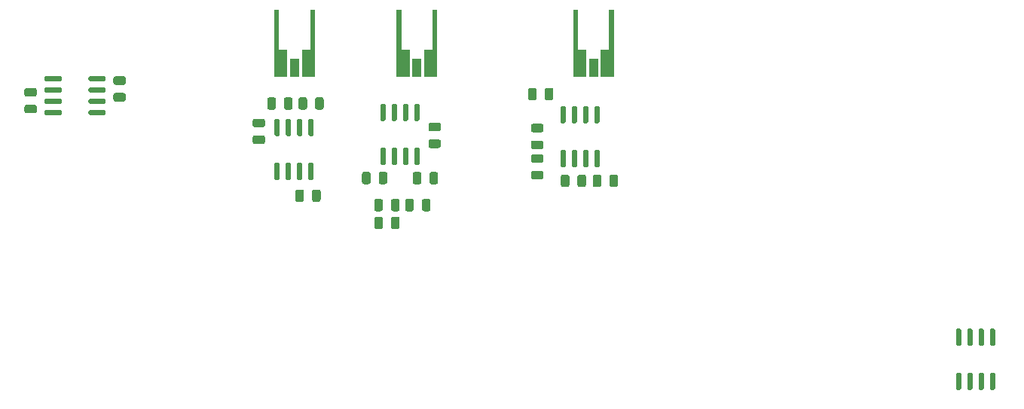
<source format=gbr>
G04 #@! TF.GenerationSoftware,KiCad,Pcbnew,(5.1.6-0-10_14)*
G04 #@! TF.CreationDate,2020-10-13T14:09:36+09:00*
G04 #@! TF.ProjectId,teabiscuits_compute,74656162-6973-4637-9569-74735f636f6d,rev?*
G04 #@! TF.SameCoordinates,Original*
G04 #@! TF.FileFunction,Paste,Top*
G04 #@! TF.FilePolarity,Positive*
%FSLAX46Y46*%
G04 Gerber Fmt 4.6, Leading zero omitted, Abs format (unit mm)*
G04 Created by KiCad (PCBNEW (5.1.6-0-10_14)) date 2020-10-13 14:09:36*
%MOMM*%
%LPD*%
G01*
G04 APERTURE LIST*
%ADD10R,1.100000X2.100000*%
%ADD11C,0.100000*%
G04 APERTURE END LIST*
G36*
G01*
X105281250Y-106175000D02*
X104368750Y-106175000D01*
G75*
G02*
X104125000Y-105931250I0J243750D01*
G01*
X104125000Y-105443750D01*
G75*
G02*
X104368750Y-105200000I243750J0D01*
G01*
X105281250Y-105200000D01*
G75*
G02*
X105525000Y-105443750I0J-243750D01*
G01*
X105525000Y-105931250D01*
G75*
G02*
X105281250Y-106175000I-243750J0D01*
G01*
G37*
G36*
G01*
X105281250Y-108050000D02*
X104368750Y-108050000D01*
G75*
G02*
X104125000Y-107806250I0J243750D01*
G01*
X104125000Y-107318750D01*
G75*
G02*
X104368750Y-107075000I243750J0D01*
G01*
X105281250Y-107075000D01*
G75*
G02*
X105525000Y-107318750I0J-243750D01*
G01*
X105525000Y-107806250D01*
G75*
G02*
X105281250Y-108050000I-243750J0D01*
G01*
G37*
G36*
G01*
X98325000Y-109130000D02*
X98325000Y-109430000D01*
G75*
G02*
X98175000Y-109580000I-150000J0D01*
G01*
X96525000Y-109580000D01*
G75*
G02*
X96375000Y-109430000I0J150000D01*
G01*
X96375000Y-109130000D01*
G75*
G02*
X96525000Y-108980000I150000J0D01*
G01*
X98175000Y-108980000D01*
G75*
G02*
X98325000Y-109130000I0J-150000D01*
G01*
G37*
G36*
G01*
X98325000Y-107860000D02*
X98325000Y-108160000D01*
G75*
G02*
X98175000Y-108310000I-150000J0D01*
G01*
X96525000Y-108310000D01*
G75*
G02*
X96375000Y-108160000I0J150000D01*
G01*
X96375000Y-107860000D01*
G75*
G02*
X96525000Y-107710000I150000J0D01*
G01*
X98175000Y-107710000D01*
G75*
G02*
X98325000Y-107860000I0J-150000D01*
G01*
G37*
G36*
G01*
X98325000Y-106590000D02*
X98325000Y-106890000D01*
G75*
G02*
X98175000Y-107040000I-150000J0D01*
G01*
X96525000Y-107040000D01*
G75*
G02*
X96375000Y-106890000I0J150000D01*
G01*
X96375000Y-106590000D01*
G75*
G02*
X96525000Y-106440000I150000J0D01*
G01*
X98175000Y-106440000D01*
G75*
G02*
X98325000Y-106590000I0J-150000D01*
G01*
G37*
G36*
G01*
X98325000Y-105320000D02*
X98325000Y-105620000D01*
G75*
G02*
X98175000Y-105770000I-150000J0D01*
G01*
X96525000Y-105770000D01*
G75*
G02*
X96375000Y-105620000I0J150000D01*
G01*
X96375000Y-105320000D01*
G75*
G02*
X96525000Y-105170000I150000J0D01*
G01*
X98175000Y-105170000D01*
G75*
G02*
X98325000Y-105320000I0J-150000D01*
G01*
G37*
G36*
G01*
X103275000Y-105320000D02*
X103275000Y-105620000D01*
G75*
G02*
X103125000Y-105770000I-150000J0D01*
G01*
X101475000Y-105770000D01*
G75*
G02*
X101325000Y-105620000I0J150000D01*
G01*
X101325000Y-105320000D01*
G75*
G02*
X101475000Y-105170000I150000J0D01*
G01*
X103125000Y-105170000D01*
G75*
G02*
X103275000Y-105320000I0J-150000D01*
G01*
G37*
G36*
G01*
X103275000Y-106590000D02*
X103275000Y-106890000D01*
G75*
G02*
X103125000Y-107040000I-150000J0D01*
G01*
X101475000Y-107040000D01*
G75*
G02*
X101325000Y-106890000I0J150000D01*
G01*
X101325000Y-106590000D01*
G75*
G02*
X101475000Y-106440000I150000J0D01*
G01*
X103125000Y-106440000D01*
G75*
G02*
X103275000Y-106590000I0J-150000D01*
G01*
G37*
G36*
G01*
X103275000Y-107860000D02*
X103275000Y-108160000D01*
G75*
G02*
X103125000Y-108310000I-150000J0D01*
G01*
X101475000Y-108310000D01*
G75*
G02*
X101325000Y-108160000I0J150000D01*
G01*
X101325000Y-107860000D01*
G75*
G02*
X101475000Y-107710000I150000J0D01*
G01*
X103125000Y-107710000D01*
G75*
G02*
X103275000Y-107860000I0J-150000D01*
G01*
G37*
G36*
G01*
X103275000Y-109130000D02*
X103275000Y-109430000D01*
G75*
G02*
X103125000Y-109580000I-150000J0D01*
G01*
X101475000Y-109580000D01*
G75*
G02*
X101325000Y-109430000I0J150000D01*
G01*
X101325000Y-109130000D01*
G75*
G02*
X101475000Y-108980000I150000J0D01*
G01*
X103125000Y-108980000D01*
G75*
G02*
X103275000Y-109130000I0J-150000D01*
G01*
G37*
G36*
G01*
X94368750Y-108387500D02*
X95281250Y-108387500D01*
G75*
G02*
X95525000Y-108631250I0J-243750D01*
G01*
X95525000Y-109118750D01*
G75*
G02*
X95281250Y-109362500I-243750J0D01*
G01*
X94368750Y-109362500D01*
G75*
G02*
X94125000Y-109118750I0J243750D01*
G01*
X94125000Y-108631250D01*
G75*
G02*
X94368750Y-108387500I243750J0D01*
G01*
G37*
G36*
G01*
X94368750Y-106512500D02*
X95281250Y-106512500D01*
G75*
G02*
X95525000Y-106756250I0J-243750D01*
G01*
X95525000Y-107243750D01*
G75*
G02*
X95281250Y-107487500I-243750J0D01*
G01*
X94368750Y-107487500D01*
G75*
G02*
X94125000Y-107243750I0J243750D01*
G01*
X94125000Y-106756250D01*
G75*
G02*
X94368750Y-106512500I243750J0D01*
G01*
G37*
G36*
G01*
X157237500Y-116493750D02*
X157237500Y-117406250D01*
G75*
G02*
X156993750Y-117650000I-243750J0D01*
G01*
X156506250Y-117650000D01*
G75*
G02*
X156262500Y-117406250I0J243750D01*
G01*
X156262500Y-116493750D01*
G75*
G02*
X156506250Y-116250000I243750J0D01*
G01*
X156993750Y-116250000D01*
G75*
G02*
X157237500Y-116493750I0J-243750D01*
G01*
G37*
G36*
G01*
X155362500Y-116493750D02*
X155362500Y-117406250D01*
G75*
G02*
X155118750Y-117650000I-243750J0D01*
G01*
X154631250Y-117650000D01*
G75*
G02*
X154387500Y-117406250I0J243750D01*
G01*
X154387500Y-116493750D01*
G75*
G02*
X154631250Y-116250000I243750J0D01*
G01*
X155118750Y-116250000D01*
G75*
G02*
X155362500Y-116493750I0J-243750D01*
G01*
G37*
G36*
G01*
X157987500Y-117406250D02*
X157987500Y-116493750D01*
G75*
G02*
X158231250Y-116250000I243750J0D01*
G01*
X158718750Y-116250000D01*
G75*
G02*
X158962500Y-116493750I0J-243750D01*
G01*
X158962500Y-117406250D01*
G75*
G02*
X158718750Y-117650000I-243750J0D01*
G01*
X158231250Y-117650000D01*
G75*
G02*
X157987500Y-117406250I0J243750D01*
G01*
G37*
G36*
G01*
X159862500Y-117406250D02*
X159862500Y-116493750D01*
G75*
G02*
X160106250Y-116250000I243750J0D01*
G01*
X160593750Y-116250000D01*
G75*
G02*
X160837500Y-116493750I0J-243750D01*
G01*
X160837500Y-117406250D01*
G75*
G02*
X160593750Y-117650000I-243750J0D01*
G01*
X160106250Y-117650000D01*
G75*
G02*
X159862500Y-117406250I0J243750D01*
G01*
G37*
G36*
G01*
X151687500Y-106743750D02*
X151687500Y-107656250D01*
G75*
G02*
X151443750Y-107900000I-243750J0D01*
G01*
X150956250Y-107900000D01*
G75*
G02*
X150712500Y-107656250I0J243750D01*
G01*
X150712500Y-106743750D01*
G75*
G02*
X150956250Y-106500000I243750J0D01*
G01*
X151443750Y-106500000D01*
G75*
G02*
X151687500Y-106743750I0J-243750D01*
G01*
G37*
G36*
G01*
X153562500Y-106743750D02*
X153562500Y-107656250D01*
G75*
G02*
X153318750Y-107900000I-243750J0D01*
G01*
X152831250Y-107900000D01*
G75*
G02*
X152587500Y-107656250I0J243750D01*
G01*
X152587500Y-106743750D01*
G75*
G02*
X152831250Y-106500000I243750J0D01*
G01*
X153318750Y-106500000D01*
G75*
G02*
X153562500Y-106743750I0J-243750D01*
G01*
G37*
G36*
G01*
X120018750Y-109962500D02*
X120931250Y-109962500D01*
G75*
G02*
X121175000Y-110206250I0J-243750D01*
G01*
X121175000Y-110693750D01*
G75*
G02*
X120931250Y-110937500I-243750J0D01*
G01*
X120018750Y-110937500D01*
G75*
G02*
X119775000Y-110693750I0J243750D01*
G01*
X119775000Y-110206250D01*
G75*
G02*
X120018750Y-109962500I243750J0D01*
G01*
G37*
G36*
G01*
X120018750Y-111837500D02*
X120931250Y-111837500D01*
G75*
G02*
X121175000Y-112081250I0J-243750D01*
G01*
X121175000Y-112568750D01*
G75*
G02*
X120931250Y-112812500I-243750J0D01*
G01*
X120018750Y-112812500D01*
G75*
G02*
X119775000Y-112568750I0J243750D01*
G01*
X119775000Y-112081250D01*
G75*
G02*
X120018750Y-111837500I243750J0D01*
G01*
G37*
G36*
G01*
X126437500Y-119081250D02*
X126437500Y-118168750D01*
G75*
G02*
X126681250Y-117925000I243750J0D01*
G01*
X127168750Y-117925000D01*
G75*
G02*
X127412500Y-118168750I0J-243750D01*
G01*
X127412500Y-119081250D01*
G75*
G02*
X127168750Y-119325000I-243750J0D01*
G01*
X126681250Y-119325000D01*
G75*
G02*
X126437500Y-119081250I0J243750D01*
G01*
G37*
G36*
G01*
X124562500Y-119081250D02*
X124562500Y-118168750D01*
G75*
G02*
X124806250Y-117925000I243750J0D01*
G01*
X125293750Y-117925000D01*
G75*
G02*
X125537500Y-118168750I0J-243750D01*
G01*
X125537500Y-119081250D01*
G75*
G02*
X125293750Y-119325000I-243750J0D01*
G01*
X124806250Y-119325000D01*
G75*
G02*
X124562500Y-119081250I0J243750D01*
G01*
G37*
G36*
G01*
X134412500Y-121218750D02*
X134412500Y-122131250D01*
G75*
G02*
X134168750Y-122375000I-243750J0D01*
G01*
X133681250Y-122375000D01*
G75*
G02*
X133437500Y-122131250I0J243750D01*
G01*
X133437500Y-121218750D01*
G75*
G02*
X133681250Y-120975000I243750J0D01*
G01*
X134168750Y-120975000D01*
G75*
G02*
X134412500Y-121218750I0J-243750D01*
G01*
G37*
G36*
G01*
X136287500Y-121218750D02*
X136287500Y-122131250D01*
G75*
G02*
X136043750Y-122375000I-243750J0D01*
G01*
X135556250Y-122375000D01*
G75*
G02*
X135312500Y-122131250I0J243750D01*
G01*
X135312500Y-121218750D01*
G75*
G02*
X135556250Y-120975000I243750J0D01*
G01*
X136043750Y-120975000D01*
G75*
G02*
X136287500Y-121218750I0J-243750D01*
G01*
G37*
G36*
G01*
X139637500Y-117106250D02*
X139637500Y-116193750D01*
G75*
G02*
X139881250Y-115950000I243750J0D01*
G01*
X140368750Y-115950000D01*
G75*
G02*
X140612500Y-116193750I0J-243750D01*
G01*
X140612500Y-117106250D01*
G75*
G02*
X140368750Y-117350000I-243750J0D01*
G01*
X139881250Y-117350000D01*
G75*
G02*
X139637500Y-117106250I0J243750D01*
G01*
G37*
G36*
G01*
X137762500Y-117106250D02*
X137762500Y-116193750D01*
G75*
G02*
X138006250Y-115950000I243750J0D01*
G01*
X138493750Y-115950000D01*
G75*
G02*
X138737500Y-116193750I0J-243750D01*
G01*
X138737500Y-117106250D01*
G75*
G02*
X138493750Y-117350000I-243750J0D01*
G01*
X138006250Y-117350000D01*
G75*
G02*
X137762500Y-117106250I0J243750D01*
G01*
G37*
G36*
G01*
X134912500Y-116168750D02*
X134912500Y-117081250D01*
G75*
G02*
X134668750Y-117325000I-243750J0D01*
G01*
X134181250Y-117325000D01*
G75*
G02*
X133937500Y-117081250I0J243750D01*
G01*
X133937500Y-116168750D01*
G75*
G02*
X134181250Y-115925000I243750J0D01*
G01*
X134668750Y-115925000D01*
G75*
G02*
X134912500Y-116168750I0J-243750D01*
G01*
G37*
G36*
G01*
X133037500Y-116168750D02*
X133037500Y-117081250D01*
G75*
G02*
X132793750Y-117325000I-243750J0D01*
G01*
X132306250Y-117325000D01*
G75*
G02*
X132062500Y-117081250I0J243750D01*
G01*
X132062500Y-116168750D01*
G75*
G02*
X132306250Y-115925000I243750J0D01*
G01*
X132793750Y-115925000D01*
G75*
G02*
X133037500Y-116168750I0J-243750D01*
G01*
G37*
G36*
G01*
X139768750Y-110412500D02*
X140681250Y-110412500D01*
G75*
G02*
X140925000Y-110656250I0J-243750D01*
G01*
X140925000Y-111143750D01*
G75*
G02*
X140681250Y-111387500I-243750J0D01*
G01*
X139768750Y-111387500D01*
G75*
G02*
X139525000Y-111143750I0J243750D01*
G01*
X139525000Y-110656250D01*
G75*
G02*
X139768750Y-110412500I243750J0D01*
G01*
G37*
G36*
G01*
X139768750Y-112287500D02*
X140681250Y-112287500D01*
G75*
G02*
X140925000Y-112531250I0J-243750D01*
G01*
X140925000Y-113018750D01*
G75*
G02*
X140681250Y-113262500I-243750J0D01*
G01*
X139768750Y-113262500D01*
G75*
G02*
X139525000Y-113018750I0J243750D01*
G01*
X139525000Y-112531250D01*
G75*
G02*
X139768750Y-112287500I243750J0D01*
G01*
G37*
D10*
X158075000Y-104200000D03*
D11*
G36*
X158895000Y-105250000D02*
G01*
X158895000Y-102250000D01*
X159825000Y-102250000D01*
X159825000Y-97750000D01*
X160375000Y-97750000D01*
X160375000Y-105250000D01*
X158895000Y-105250000D01*
G37*
G36*
X155775000Y-105250000D02*
G01*
X155775000Y-97750000D01*
X156325000Y-97750000D01*
X156325000Y-102250000D01*
X157255000Y-102250000D01*
X157255000Y-105250000D01*
X155775000Y-105250000D01*
G37*
G36*
X122200000Y-105250000D02*
G01*
X122200000Y-97750000D01*
X122750000Y-97750000D01*
X122750000Y-102250000D01*
X123680000Y-102250000D01*
X123680000Y-105250000D01*
X122200000Y-105250000D01*
G37*
G36*
X125320000Y-105250000D02*
G01*
X125320000Y-102250000D01*
X126250000Y-102250000D01*
X126250000Y-97750000D01*
X126800000Y-97750000D01*
X126800000Y-105250000D01*
X125320000Y-105250000D01*
G37*
D10*
X124500000Y-104200000D03*
G36*
G01*
X152206250Y-116812500D02*
X151293750Y-116812500D01*
G75*
G02*
X151050000Y-116568750I0J243750D01*
G01*
X151050000Y-116081250D01*
G75*
G02*
X151293750Y-115837500I243750J0D01*
G01*
X152206250Y-115837500D01*
G75*
G02*
X152450000Y-116081250I0J-243750D01*
G01*
X152450000Y-116568750D01*
G75*
G02*
X152206250Y-116812500I-243750J0D01*
G01*
G37*
G36*
G01*
X152206250Y-114937500D02*
X151293750Y-114937500D01*
G75*
G02*
X151050000Y-114693750I0J243750D01*
G01*
X151050000Y-114206250D01*
G75*
G02*
X151293750Y-113962500I243750J0D01*
G01*
X152206250Y-113962500D01*
G75*
G02*
X152450000Y-114206250I0J-243750D01*
G01*
X152450000Y-114693750D01*
G75*
G02*
X152206250Y-114937500I-243750J0D01*
G01*
G37*
G36*
G01*
X152206250Y-111512500D02*
X151293750Y-111512500D01*
G75*
G02*
X151050000Y-111268750I0J243750D01*
G01*
X151050000Y-110781250D01*
G75*
G02*
X151293750Y-110537500I243750J0D01*
G01*
X152206250Y-110537500D01*
G75*
G02*
X152450000Y-110781250I0J-243750D01*
G01*
X152450000Y-111268750D01*
G75*
G02*
X152206250Y-111512500I-243750J0D01*
G01*
G37*
G36*
G01*
X152206250Y-113387500D02*
X151293750Y-113387500D01*
G75*
G02*
X151050000Y-113143750I0J243750D01*
G01*
X151050000Y-112656250D01*
G75*
G02*
X151293750Y-112412500I243750J0D01*
G01*
X152206250Y-112412500D01*
G75*
G02*
X152450000Y-112656250I0J-243750D01*
G01*
X152450000Y-113143750D01*
G75*
G02*
X152206250Y-113387500I-243750J0D01*
G01*
G37*
G36*
G01*
X123287500Y-108706250D02*
X123287500Y-107793750D01*
G75*
G02*
X123531250Y-107550000I243750J0D01*
G01*
X124018750Y-107550000D01*
G75*
G02*
X124262500Y-107793750I0J-243750D01*
G01*
X124262500Y-108706250D01*
G75*
G02*
X124018750Y-108950000I-243750J0D01*
G01*
X123531250Y-108950000D01*
G75*
G02*
X123287500Y-108706250I0J243750D01*
G01*
G37*
G36*
G01*
X121412500Y-108706250D02*
X121412500Y-107793750D01*
G75*
G02*
X121656250Y-107550000I243750J0D01*
G01*
X122143750Y-107550000D01*
G75*
G02*
X122387500Y-107793750I0J-243750D01*
G01*
X122387500Y-108706250D01*
G75*
G02*
X122143750Y-108950000I-243750J0D01*
G01*
X121656250Y-108950000D01*
G75*
G02*
X121412500Y-108706250I0J243750D01*
G01*
G37*
G36*
G01*
X134412500Y-119218750D02*
X134412500Y-120131250D01*
G75*
G02*
X134168750Y-120375000I-243750J0D01*
G01*
X133681250Y-120375000D01*
G75*
G02*
X133437500Y-120131250I0J243750D01*
G01*
X133437500Y-119218750D01*
G75*
G02*
X133681250Y-118975000I243750J0D01*
G01*
X134168750Y-118975000D01*
G75*
G02*
X134412500Y-119218750I0J-243750D01*
G01*
G37*
G36*
G01*
X136287500Y-119218750D02*
X136287500Y-120131250D01*
G75*
G02*
X136043750Y-120375000I-243750J0D01*
G01*
X135556250Y-120375000D01*
G75*
G02*
X135312500Y-120131250I0J243750D01*
G01*
X135312500Y-119218750D01*
G75*
G02*
X135556250Y-118975000I243750J0D01*
G01*
X136043750Y-118975000D01*
G75*
G02*
X136287500Y-119218750I0J-243750D01*
G01*
G37*
G36*
G01*
X136912500Y-120131250D02*
X136912500Y-119218750D01*
G75*
G02*
X137156250Y-118975000I243750J0D01*
G01*
X137643750Y-118975000D01*
G75*
G02*
X137887500Y-119218750I0J-243750D01*
G01*
X137887500Y-120131250D01*
G75*
G02*
X137643750Y-120375000I-243750J0D01*
G01*
X137156250Y-120375000D01*
G75*
G02*
X136912500Y-120131250I0J243750D01*
G01*
G37*
G36*
G01*
X138787500Y-120131250D02*
X138787500Y-119218750D01*
G75*
G02*
X139031250Y-118975000I243750J0D01*
G01*
X139518750Y-118975000D01*
G75*
G02*
X139762500Y-119218750I0J-243750D01*
G01*
X139762500Y-120131250D01*
G75*
G02*
X139518750Y-120375000I-243750J0D01*
G01*
X139031250Y-120375000D01*
G75*
G02*
X138787500Y-120131250I0J243750D01*
G01*
G37*
G36*
G01*
X124912500Y-108706250D02*
X124912500Y-107793750D01*
G75*
G02*
X125156250Y-107550000I243750J0D01*
G01*
X125643750Y-107550000D01*
G75*
G02*
X125887500Y-107793750I0J-243750D01*
G01*
X125887500Y-108706250D01*
G75*
G02*
X125643750Y-108950000I-243750J0D01*
G01*
X125156250Y-108950000D01*
G75*
G02*
X124912500Y-108706250I0J243750D01*
G01*
G37*
G36*
G01*
X126787500Y-108706250D02*
X126787500Y-107793750D01*
G75*
G02*
X127031250Y-107550000I243750J0D01*
G01*
X127518750Y-107550000D01*
G75*
G02*
X127762500Y-107793750I0J-243750D01*
G01*
X127762500Y-108706250D01*
G75*
G02*
X127518750Y-108950000I-243750J0D01*
G01*
X127031250Y-108950000D01*
G75*
G02*
X126787500Y-108706250I0J243750D01*
G01*
G37*
G36*
G01*
X154810000Y-110475000D02*
X154510000Y-110475000D01*
G75*
G02*
X154360000Y-110325000I0J150000D01*
G01*
X154360000Y-108675000D01*
G75*
G02*
X154510000Y-108525000I150000J0D01*
G01*
X154810000Y-108525000D01*
G75*
G02*
X154960000Y-108675000I0J-150000D01*
G01*
X154960000Y-110325000D01*
G75*
G02*
X154810000Y-110475000I-150000J0D01*
G01*
G37*
G36*
G01*
X156080000Y-110475000D02*
X155780000Y-110475000D01*
G75*
G02*
X155630000Y-110325000I0J150000D01*
G01*
X155630000Y-108675000D01*
G75*
G02*
X155780000Y-108525000I150000J0D01*
G01*
X156080000Y-108525000D01*
G75*
G02*
X156230000Y-108675000I0J-150000D01*
G01*
X156230000Y-110325000D01*
G75*
G02*
X156080000Y-110475000I-150000J0D01*
G01*
G37*
G36*
G01*
X157350000Y-110475000D02*
X157050000Y-110475000D01*
G75*
G02*
X156900000Y-110325000I0J150000D01*
G01*
X156900000Y-108675000D01*
G75*
G02*
X157050000Y-108525000I150000J0D01*
G01*
X157350000Y-108525000D01*
G75*
G02*
X157500000Y-108675000I0J-150000D01*
G01*
X157500000Y-110325000D01*
G75*
G02*
X157350000Y-110475000I-150000J0D01*
G01*
G37*
G36*
G01*
X158620000Y-110475000D02*
X158320000Y-110475000D01*
G75*
G02*
X158170000Y-110325000I0J150000D01*
G01*
X158170000Y-108675000D01*
G75*
G02*
X158320000Y-108525000I150000J0D01*
G01*
X158620000Y-108525000D01*
G75*
G02*
X158770000Y-108675000I0J-150000D01*
G01*
X158770000Y-110325000D01*
G75*
G02*
X158620000Y-110475000I-150000J0D01*
G01*
G37*
G36*
G01*
X158620000Y-115425000D02*
X158320000Y-115425000D01*
G75*
G02*
X158170000Y-115275000I0J150000D01*
G01*
X158170000Y-113625000D01*
G75*
G02*
X158320000Y-113475000I150000J0D01*
G01*
X158620000Y-113475000D01*
G75*
G02*
X158770000Y-113625000I0J-150000D01*
G01*
X158770000Y-115275000D01*
G75*
G02*
X158620000Y-115425000I-150000J0D01*
G01*
G37*
G36*
G01*
X157350000Y-115425000D02*
X157050000Y-115425000D01*
G75*
G02*
X156900000Y-115275000I0J150000D01*
G01*
X156900000Y-113625000D01*
G75*
G02*
X157050000Y-113475000I150000J0D01*
G01*
X157350000Y-113475000D01*
G75*
G02*
X157500000Y-113625000I0J-150000D01*
G01*
X157500000Y-115275000D01*
G75*
G02*
X157350000Y-115425000I-150000J0D01*
G01*
G37*
G36*
G01*
X156080000Y-115425000D02*
X155780000Y-115425000D01*
G75*
G02*
X155630000Y-115275000I0J150000D01*
G01*
X155630000Y-113625000D01*
G75*
G02*
X155780000Y-113475000I150000J0D01*
G01*
X156080000Y-113475000D01*
G75*
G02*
X156230000Y-113625000I0J-150000D01*
G01*
X156230000Y-115275000D01*
G75*
G02*
X156080000Y-115425000I-150000J0D01*
G01*
G37*
G36*
G01*
X154810000Y-115425000D02*
X154510000Y-115425000D01*
G75*
G02*
X154360000Y-115275000I0J150000D01*
G01*
X154360000Y-113625000D01*
G75*
G02*
X154510000Y-113475000I150000J0D01*
G01*
X154810000Y-113475000D01*
G75*
G02*
X154960000Y-113625000I0J-150000D01*
G01*
X154960000Y-115275000D01*
G75*
G02*
X154810000Y-115425000I-150000J0D01*
G01*
G37*
G36*
G01*
X126165000Y-109975000D02*
X126465000Y-109975000D01*
G75*
G02*
X126615000Y-110125000I0J-150000D01*
G01*
X126615000Y-111775000D01*
G75*
G02*
X126465000Y-111925000I-150000J0D01*
G01*
X126165000Y-111925000D01*
G75*
G02*
X126015000Y-111775000I0J150000D01*
G01*
X126015000Y-110125000D01*
G75*
G02*
X126165000Y-109975000I150000J0D01*
G01*
G37*
G36*
G01*
X124895000Y-109975000D02*
X125195000Y-109975000D01*
G75*
G02*
X125345000Y-110125000I0J-150000D01*
G01*
X125345000Y-111775000D01*
G75*
G02*
X125195000Y-111925000I-150000J0D01*
G01*
X124895000Y-111925000D01*
G75*
G02*
X124745000Y-111775000I0J150000D01*
G01*
X124745000Y-110125000D01*
G75*
G02*
X124895000Y-109975000I150000J0D01*
G01*
G37*
G36*
G01*
X123625000Y-109975000D02*
X123925000Y-109975000D01*
G75*
G02*
X124075000Y-110125000I0J-150000D01*
G01*
X124075000Y-111775000D01*
G75*
G02*
X123925000Y-111925000I-150000J0D01*
G01*
X123625000Y-111925000D01*
G75*
G02*
X123475000Y-111775000I0J150000D01*
G01*
X123475000Y-110125000D01*
G75*
G02*
X123625000Y-109975000I150000J0D01*
G01*
G37*
G36*
G01*
X122355000Y-109975000D02*
X122655000Y-109975000D01*
G75*
G02*
X122805000Y-110125000I0J-150000D01*
G01*
X122805000Y-111775000D01*
G75*
G02*
X122655000Y-111925000I-150000J0D01*
G01*
X122355000Y-111925000D01*
G75*
G02*
X122205000Y-111775000I0J150000D01*
G01*
X122205000Y-110125000D01*
G75*
G02*
X122355000Y-109975000I150000J0D01*
G01*
G37*
G36*
G01*
X122355000Y-114925000D02*
X122655000Y-114925000D01*
G75*
G02*
X122805000Y-115075000I0J-150000D01*
G01*
X122805000Y-116725000D01*
G75*
G02*
X122655000Y-116875000I-150000J0D01*
G01*
X122355000Y-116875000D01*
G75*
G02*
X122205000Y-116725000I0J150000D01*
G01*
X122205000Y-115075000D01*
G75*
G02*
X122355000Y-114925000I150000J0D01*
G01*
G37*
G36*
G01*
X123625000Y-114925000D02*
X123925000Y-114925000D01*
G75*
G02*
X124075000Y-115075000I0J-150000D01*
G01*
X124075000Y-116725000D01*
G75*
G02*
X123925000Y-116875000I-150000J0D01*
G01*
X123625000Y-116875000D01*
G75*
G02*
X123475000Y-116725000I0J150000D01*
G01*
X123475000Y-115075000D01*
G75*
G02*
X123625000Y-114925000I150000J0D01*
G01*
G37*
G36*
G01*
X124895000Y-114925000D02*
X125195000Y-114925000D01*
G75*
G02*
X125345000Y-115075000I0J-150000D01*
G01*
X125345000Y-116725000D01*
G75*
G02*
X125195000Y-116875000I-150000J0D01*
G01*
X124895000Y-116875000D01*
G75*
G02*
X124745000Y-116725000I0J150000D01*
G01*
X124745000Y-115075000D01*
G75*
G02*
X124895000Y-114925000I150000J0D01*
G01*
G37*
G36*
G01*
X126165000Y-114925000D02*
X126465000Y-114925000D01*
G75*
G02*
X126615000Y-115075000I0J-150000D01*
G01*
X126615000Y-116725000D01*
G75*
G02*
X126465000Y-116875000I-150000J0D01*
G01*
X126165000Y-116875000D01*
G75*
G02*
X126015000Y-116725000I0J150000D01*
G01*
X126015000Y-115075000D01*
G75*
G02*
X126165000Y-114925000I150000J0D01*
G01*
G37*
G36*
G01*
X199245000Y-140450000D02*
X198945000Y-140450000D01*
G75*
G02*
X198795000Y-140300000I0J150000D01*
G01*
X198795000Y-138650000D01*
G75*
G02*
X198945000Y-138500000I150000J0D01*
G01*
X199245000Y-138500000D01*
G75*
G02*
X199395000Y-138650000I0J-150000D01*
G01*
X199395000Y-140300000D01*
G75*
G02*
X199245000Y-140450000I-150000J0D01*
G01*
G37*
G36*
G01*
X200515000Y-140450000D02*
X200215000Y-140450000D01*
G75*
G02*
X200065000Y-140300000I0J150000D01*
G01*
X200065000Y-138650000D01*
G75*
G02*
X200215000Y-138500000I150000J0D01*
G01*
X200515000Y-138500000D01*
G75*
G02*
X200665000Y-138650000I0J-150000D01*
G01*
X200665000Y-140300000D01*
G75*
G02*
X200515000Y-140450000I-150000J0D01*
G01*
G37*
G36*
G01*
X201785000Y-140450000D02*
X201485000Y-140450000D01*
G75*
G02*
X201335000Y-140300000I0J150000D01*
G01*
X201335000Y-138650000D01*
G75*
G02*
X201485000Y-138500000I150000J0D01*
G01*
X201785000Y-138500000D01*
G75*
G02*
X201935000Y-138650000I0J-150000D01*
G01*
X201935000Y-140300000D01*
G75*
G02*
X201785000Y-140450000I-150000J0D01*
G01*
G37*
G36*
G01*
X203055000Y-140450000D02*
X202755000Y-140450000D01*
G75*
G02*
X202605000Y-140300000I0J150000D01*
G01*
X202605000Y-138650000D01*
G75*
G02*
X202755000Y-138500000I150000J0D01*
G01*
X203055000Y-138500000D01*
G75*
G02*
X203205000Y-138650000I0J-150000D01*
G01*
X203205000Y-140300000D01*
G75*
G02*
X203055000Y-140450000I-150000J0D01*
G01*
G37*
G36*
G01*
X203055000Y-135500000D02*
X202755000Y-135500000D01*
G75*
G02*
X202605000Y-135350000I0J150000D01*
G01*
X202605000Y-133700000D01*
G75*
G02*
X202755000Y-133550000I150000J0D01*
G01*
X203055000Y-133550000D01*
G75*
G02*
X203205000Y-133700000I0J-150000D01*
G01*
X203205000Y-135350000D01*
G75*
G02*
X203055000Y-135500000I-150000J0D01*
G01*
G37*
G36*
G01*
X201785000Y-135500000D02*
X201485000Y-135500000D01*
G75*
G02*
X201335000Y-135350000I0J150000D01*
G01*
X201335000Y-133700000D01*
G75*
G02*
X201485000Y-133550000I150000J0D01*
G01*
X201785000Y-133550000D01*
G75*
G02*
X201935000Y-133700000I0J-150000D01*
G01*
X201935000Y-135350000D01*
G75*
G02*
X201785000Y-135500000I-150000J0D01*
G01*
G37*
G36*
G01*
X200515000Y-135500000D02*
X200215000Y-135500000D01*
G75*
G02*
X200065000Y-135350000I0J150000D01*
G01*
X200065000Y-133700000D01*
G75*
G02*
X200215000Y-133550000I150000J0D01*
G01*
X200515000Y-133550000D01*
G75*
G02*
X200665000Y-133700000I0J-150000D01*
G01*
X200665000Y-135350000D01*
G75*
G02*
X200515000Y-135500000I-150000J0D01*
G01*
G37*
G36*
G01*
X199245000Y-135500000D02*
X198945000Y-135500000D01*
G75*
G02*
X198795000Y-135350000I0J150000D01*
G01*
X198795000Y-133700000D01*
G75*
G02*
X198945000Y-133550000I150000J0D01*
G01*
X199245000Y-133550000D01*
G75*
G02*
X199395000Y-133700000I0J-150000D01*
G01*
X199395000Y-135350000D01*
G75*
G02*
X199245000Y-135500000I-150000J0D01*
G01*
G37*
G36*
G01*
X134575000Y-110225000D02*
X134275000Y-110225000D01*
G75*
G02*
X134125000Y-110075000I0J150000D01*
G01*
X134125000Y-108425000D01*
G75*
G02*
X134275000Y-108275000I150000J0D01*
G01*
X134575000Y-108275000D01*
G75*
G02*
X134725000Y-108425000I0J-150000D01*
G01*
X134725000Y-110075000D01*
G75*
G02*
X134575000Y-110225000I-150000J0D01*
G01*
G37*
G36*
G01*
X135845000Y-110225000D02*
X135545000Y-110225000D01*
G75*
G02*
X135395000Y-110075000I0J150000D01*
G01*
X135395000Y-108425000D01*
G75*
G02*
X135545000Y-108275000I150000J0D01*
G01*
X135845000Y-108275000D01*
G75*
G02*
X135995000Y-108425000I0J-150000D01*
G01*
X135995000Y-110075000D01*
G75*
G02*
X135845000Y-110225000I-150000J0D01*
G01*
G37*
G36*
G01*
X137115000Y-110225000D02*
X136815000Y-110225000D01*
G75*
G02*
X136665000Y-110075000I0J150000D01*
G01*
X136665000Y-108425000D01*
G75*
G02*
X136815000Y-108275000I150000J0D01*
G01*
X137115000Y-108275000D01*
G75*
G02*
X137265000Y-108425000I0J-150000D01*
G01*
X137265000Y-110075000D01*
G75*
G02*
X137115000Y-110225000I-150000J0D01*
G01*
G37*
G36*
G01*
X138385000Y-110225000D02*
X138085000Y-110225000D01*
G75*
G02*
X137935000Y-110075000I0J150000D01*
G01*
X137935000Y-108425000D01*
G75*
G02*
X138085000Y-108275000I150000J0D01*
G01*
X138385000Y-108275000D01*
G75*
G02*
X138535000Y-108425000I0J-150000D01*
G01*
X138535000Y-110075000D01*
G75*
G02*
X138385000Y-110225000I-150000J0D01*
G01*
G37*
G36*
G01*
X138385000Y-115175000D02*
X138085000Y-115175000D01*
G75*
G02*
X137935000Y-115025000I0J150000D01*
G01*
X137935000Y-113375000D01*
G75*
G02*
X138085000Y-113225000I150000J0D01*
G01*
X138385000Y-113225000D01*
G75*
G02*
X138535000Y-113375000I0J-150000D01*
G01*
X138535000Y-115025000D01*
G75*
G02*
X138385000Y-115175000I-150000J0D01*
G01*
G37*
G36*
G01*
X137115000Y-115175000D02*
X136815000Y-115175000D01*
G75*
G02*
X136665000Y-115025000I0J150000D01*
G01*
X136665000Y-113375000D01*
G75*
G02*
X136815000Y-113225000I150000J0D01*
G01*
X137115000Y-113225000D01*
G75*
G02*
X137265000Y-113375000I0J-150000D01*
G01*
X137265000Y-115025000D01*
G75*
G02*
X137115000Y-115175000I-150000J0D01*
G01*
G37*
G36*
G01*
X135845000Y-115175000D02*
X135545000Y-115175000D01*
G75*
G02*
X135395000Y-115025000I0J150000D01*
G01*
X135395000Y-113375000D01*
G75*
G02*
X135545000Y-113225000I150000J0D01*
G01*
X135845000Y-113225000D01*
G75*
G02*
X135995000Y-113375000I0J-150000D01*
G01*
X135995000Y-115025000D01*
G75*
G02*
X135845000Y-115175000I-150000J0D01*
G01*
G37*
G36*
G01*
X134575000Y-115175000D02*
X134275000Y-115175000D01*
G75*
G02*
X134125000Y-115025000I0J150000D01*
G01*
X134125000Y-113375000D01*
G75*
G02*
X134275000Y-113225000I150000J0D01*
G01*
X134575000Y-113225000D01*
G75*
G02*
X134725000Y-113375000I0J-150000D01*
G01*
X134725000Y-115025000D01*
G75*
G02*
X134575000Y-115175000I-150000J0D01*
G01*
G37*
X138225000Y-104200000D03*
D11*
G36*
X139045000Y-105250000D02*
G01*
X139045000Y-102250000D01*
X139975000Y-102250000D01*
X139975000Y-97750000D01*
X140525000Y-97750000D01*
X140525000Y-105250000D01*
X139045000Y-105250000D01*
G37*
G36*
X135925000Y-105250000D02*
G01*
X135925000Y-97750000D01*
X136475000Y-97750000D01*
X136475000Y-102250000D01*
X137405000Y-102250000D01*
X137405000Y-105250000D01*
X135925000Y-105250000D01*
G37*
M02*

</source>
